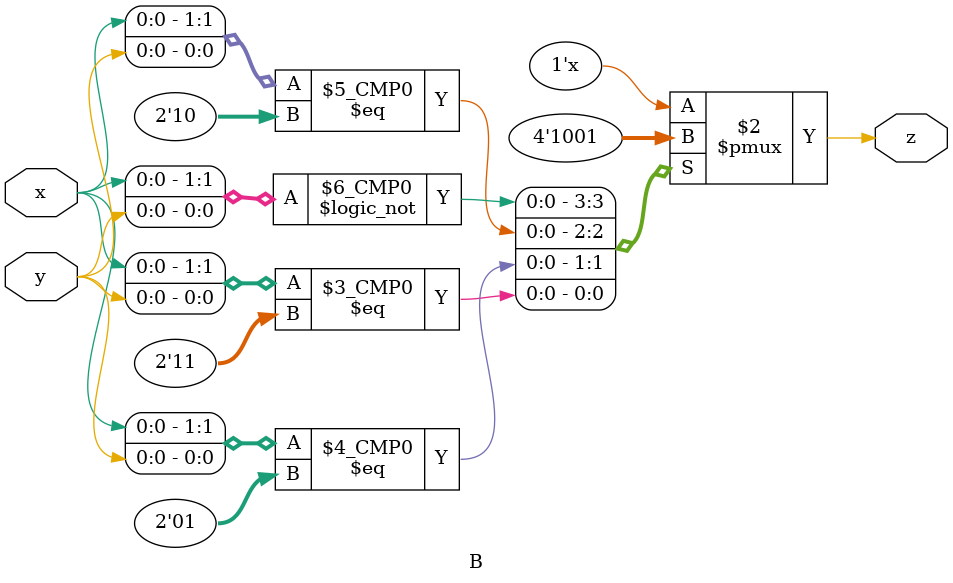
<source format=sv>
module top_module(
    input x,
    input y,
    output z
);
    wire a_out1, a_out2, b_out1, b_out2;
    wire or_out, and_out, xor_out;

    A a1(.x(x), .y(y), .z(a_out1));
    A a2(.x(x), .y(y), .z(a_out2));
    B b1(.x(x), .y(y), .z(b_out1));
    B b2(.x(x), .y(y), .z(b_out2));

    assign or_out = a_out1 | b_out1;
    assign and_out = a_out2 & b_out2;
    assign xor_out = or_out ^ and_out;
    assign z = xor_out;

endmodule
module A(
    input x,
    input y,
    output z
);
    assign z = (x ^ y) & x;
endmodule
module B(
    input x,
    input y,
    output z
);
    always @* begin
        case({x, y})
            2'b00: z = 1'b1;
            2'b10: z = 1'b0;
            2'b01: z = 1'b0;
            2'b11: z = 1'b1;
        endcase
    end
endmodule

</source>
